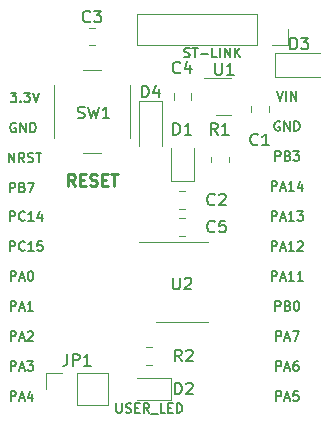
<source format=gbr>
%TF.GenerationSoftware,KiCad,Pcbnew,(6.0.0)*%
%TF.CreationDate,2022-04-08T13:22:10+02:00*%
%TF.ProjectId,STM32G030F6P6,53544d33-3247-4303-9330-463650362e6b,rev?*%
%TF.SameCoordinates,Original*%
%TF.FileFunction,Legend,Top*%
%TF.FilePolarity,Positive*%
%FSLAX46Y46*%
G04 Gerber Fmt 4.6, Leading zero omitted, Abs format (unit mm)*
G04 Created by KiCad (PCBNEW (6.0.0)) date 2022-04-08 13:22:10*
%MOMM*%
%LPD*%
G01*
G04 APERTURE LIST*
%ADD10C,0.200000*%
%ADD11C,0.250000*%
%ADD12C,0.150000*%
%ADD13C,0.120000*%
G04 APERTURE END LIST*
D10*
X129718095Y-89985809D02*
X129832380Y-90023904D01*
X130022857Y-90023904D01*
X130099047Y-89985809D01*
X130137142Y-89947714D01*
X130175238Y-89871523D01*
X130175238Y-89795333D01*
X130137142Y-89719142D01*
X130099047Y-89681047D01*
X130022857Y-89642952D01*
X129870476Y-89604857D01*
X129794285Y-89566761D01*
X129756190Y-89528666D01*
X129718095Y-89452476D01*
X129718095Y-89376285D01*
X129756190Y-89300095D01*
X129794285Y-89262000D01*
X129870476Y-89223904D01*
X130060952Y-89223904D01*
X130175238Y-89262000D01*
X130403809Y-89223904D02*
X130860952Y-89223904D01*
X130632380Y-90023904D02*
X130632380Y-89223904D01*
X131127619Y-89719142D02*
X131737142Y-89719142D01*
X132499047Y-90023904D02*
X132118095Y-90023904D01*
X132118095Y-89223904D01*
X132765714Y-90023904D02*
X132765714Y-89223904D01*
X133146666Y-90023904D02*
X133146666Y-89223904D01*
X133603809Y-90023904D01*
X133603809Y-89223904D01*
X133984761Y-90023904D02*
X133984761Y-89223904D01*
X134441904Y-90023904D02*
X134099047Y-89566761D01*
X134441904Y-89223904D02*
X133984761Y-89681047D01*
X123984095Y-119322904D02*
X123984095Y-119970523D01*
X124022190Y-120046714D01*
X124060285Y-120084809D01*
X124136476Y-120122904D01*
X124288857Y-120122904D01*
X124365047Y-120084809D01*
X124403142Y-120046714D01*
X124441238Y-119970523D01*
X124441238Y-119322904D01*
X124784095Y-120084809D02*
X124898380Y-120122904D01*
X125088857Y-120122904D01*
X125165047Y-120084809D01*
X125203142Y-120046714D01*
X125241238Y-119970523D01*
X125241238Y-119894333D01*
X125203142Y-119818142D01*
X125165047Y-119780047D01*
X125088857Y-119741952D01*
X124936476Y-119703857D01*
X124860285Y-119665761D01*
X124822190Y-119627666D01*
X124784095Y-119551476D01*
X124784095Y-119475285D01*
X124822190Y-119399095D01*
X124860285Y-119361000D01*
X124936476Y-119322904D01*
X125126952Y-119322904D01*
X125241238Y-119361000D01*
X125584095Y-119703857D02*
X125850761Y-119703857D01*
X125965047Y-120122904D02*
X125584095Y-120122904D01*
X125584095Y-119322904D01*
X125965047Y-119322904D01*
X126765047Y-120122904D02*
X126498380Y-119741952D01*
X126307904Y-120122904D02*
X126307904Y-119322904D01*
X126612666Y-119322904D01*
X126688857Y-119361000D01*
X126726952Y-119399095D01*
X126765047Y-119475285D01*
X126765047Y-119589571D01*
X126726952Y-119665761D01*
X126688857Y-119703857D01*
X126612666Y-119741952D01*
X126307904Y-119741952D01*
X126917428Y-120199095D02*
X127526952Y-120199095D01*
X128098380Y-120122904D02*
X127717428Y-120122904D01*
X127717428Y-119322904D01*
X128365047Y-119703857D02*
X128631714Y-119703857D01*
X128746000Y-120122904D02*
X128365047Y-120122904D01*
X128365047Y-119322904D01*
X128746000Y-119322904D01*
X129088857Y-120122904D02*
X129088857Y-119322904D01*
X129279333Y-119322904D01*
X129393619Y-119361000D01*
X129469809Y-119437190D01*
X129507904Y-119513380D01*
X129546000Y-119665761D01*
X129546000Y-119780047D01*
X129507904Y-119932428D01*
X129469809Y-120008619D01*
X129393619Y-120084809D01*
X129279333Y-120122904D01*
X129088857Y-120122904D01*
D11*
X120467619Y-100909380D02*
X120134285Y-100433190D01*
X119896190Y-100909380D02*
X119896190Y-99909380D01*
X120277142Y-99909380D01*
X120372380Y-99957000D01*
X120420000Y-100004619D01*
X120467619Y-100099857D01*
X120467619Y-100242714D01*
X120420000Y-100337952D01*
X120372380Y-100385571D01*
X120277142Y-100433190D01*
X119896190Y-100433190D01*
X120896190Y-100385571D02*
X121229523Y-100385571D01*
X121372380Y-100909380D02*
X120896190Y-100909380D01*
X120896190Y-99909380D01*
X121372380Y-99909380D01*
X121753333Y-100861761D02*
X121896190Y-100909380D01*
X122134285Y-100909380D01*
X122229523Y-100861761D01*
X122277142Y-100814142D01*
X122324761Y-100718904D01*
X122324761Y-100623666D01*
X122277142Y-100528428D01*
X122229523Y-100480809D01*
X122134285Y-100433190D01*
X121943809Y-100385571D01*
X121848571Y-100337952D01*
X121800952Y-100290333D01*
X121753333Y-100195095D01*
X121753333Y-100099857D01*
X121800952Y-100004619D01*
X121848571Y-99957000D01*
X121943809Y-99909380D01*
X122181904Y-99909380D01*
X122324761Y-99957000D01*
X122753333Y-100385571D02*
X123086666Y-100385571D01*
X123229523Y-100909380D02*
X122753333Y-100909380D01*
X122753333Y-99909380D01*
X123229523Y-99909380D01*
X123515238Y-99909380D02*
X124086666Y-99909380D01*
X123800952Y-100909380D02*
X123800952Y-99909380D01*
D10*
X137496666Y-119106904D02*
X137496666Y-118306904D01*
X137801428Y-118306904D01*
X137877619Y-118345000D01*
X137915714Y-118383095D01*
X137953809Y-118459285D01*
X137953809Y-118573571D01*
X137915714Y-118649761D01*
X137877619Y-118687857D01*
X137801428Y-118725952D01*
X137496666Y-118725952D01*
X138258571Y-118878333D02*
X138639523Y-118878333D01*
X138182380Y-119106904D02*
X138449047Y-118306904D01*
X138715714Y-119106904D01*
X139363333Y-118306904D02*
X138982380Y-118306904D01*
X138944285Y-118687857D01*
X138982380Y-118649761D01*
X139058571Y-118611666D01*
X139249047Y-118611666D01*
X139325238Y-118649761D01*
X139363333Y-118687857D01*
X139401428Y-118764047D01*
X139401428Y-118954523D01*
X139363333Y-119030714D01*
X139325238Y-119068809D01*
X139249047Y-119106904D01*
X139058571Y-119106904D01*
X138982380Y-119068809D01*
X138944285Y-119030714D01*
X137496666Y-116566904D02*
X137496666Y-115766904D01*
X137801428Y-115766904D01*
X137877619Y-115805000D01*
X137915714Y-115843095D01*
X137953809Y-115919285D01*
X137953809Y-116033571D01*
X137915714Y-116109761D01*
X137877619Y-116147857D01*
X137801428Y-116185952D01*
X137496666Y-116185952D01*
X138258571Y-116338333D02*
X138639523Y-116338333D01*
X138182380Y-116566904D02*
X138449047Y-115766904D01*
X138715714Y-116566904D01*
X139325238Y-115766904D02*
X139172857Y-115766904D01*
X139096666Y-115805000D01*
X139058571Y-115843095D01*
X138982380Y-115957380D01*
X138944285Y-116109761D01*
X138944285Y-116414523D01*
X138982380Y-116490714D01*
X139020476Y-116528809D01*
X139096666Y-116566904D01*
X139249047Y-116566904D01*
X139325238Y-116528809D01*
X139363333Y-116490714D01*
X139401428Y-116414523D01*
X139401428Y-116224047D01*
X139363333Y-116147857D01*
X139325238Y-116109761D01*
X139249047Y-116071666D01*
X139096666Y-116071666D01*
X139020476Y-116109761D01*
X138982380Y-116147857D01*
X138944285Y-116224047D01*
X137496666Y-114026904D02*
X137496666Y-113226904D01*
X137801428Y-113226904D01*
X137877619Y-113265000D01*
X137915714Y-113303095D01*
X137953809Y-113379285D01*
X137953809Y-113493571D01*
X137915714Y-113569761D01*
X137877619Y-113607857D01*
X137801428Y-113645952D01*
X137496666Y-113645952D01*
X138258571Y-113798333D02*
X138639523Y-113798333D01*
X138182380Y-114026904D02*
X138449047Y-113226904D01*
X138715714Y-114026904D01*
X138906190Y-113226904D02*
X139439523Y-113226904D01*
X139096666Y-114026904D01*
X137439523Y-111486904D02*
X137439523Y-110686904D01*
X137744285Y-110686904D01*
X137820476Y-110725000D01*
X137858571Y-110763095D01*
X137896666Y-110839285D01*
X137896666Y-110953571D01*
X137858571Y-111029761D01*
X137820476Y-111067857D01*
X137744285Y-111105952D01*
X137439523Y-111105952D01*
X138506190Y-111067857D02*
X138620476Y-111105952D01*
X138658571Y-111144047D01*
X138696666Y-111220238D01*
X138696666Y-111334523D01*
X138658571Y-111410714D01*
X138620476Y-111448809D01*
X138544285Y-111486904D01*
X138239523Y-111486904D01*
X138239523Y-110686904D01*
X138506190Y-110686904D01*
X138582380Y-110725000D01*
X138620476Y-110763095D01*
X138658571Y-110839285D01*
X138658571Y-110915476D01*
X138620476Y-110991666D01*
X138582380Y-111029761D01*
X138506190Y-111067857D01*
X138239523Y-111067857D01*
X139191904Y-110686904D02*
X139268095Y-110686904D01*
X139344285Y-110725000D01*
X139382380Y-110763095D01*
X139420476Y-110839285D01*
X139458571Y-110991666D01*
X139458571Y-111182142D01*
X139420476Y-111334523D01*
X139382380Y-111410714D01*
X139344285Y-111448809D01*
X139268095Y-111486904D01*
X139191904Y-111486904D01*
X139115714Y-111448809D01*
X139077619Y-111410714D01*
X139039523Y-111334523D01*
X139001428Y-111182142D01*
X139001428Y-110991666D01*
X139039523Y-110839285D01*
X139077619Y-110763095D01*
X139115714Y-110725000D01*
X139191904Y-110686904D01*
X137115714Y-108946904D02*
X137115714Y-108146904D01*
X137420476Y-108146904D01*
X137496666Y-108185000D01*
X137534761Y-108223095D01*
X137572857Y-108299285D01*
X137572857Y-108413571D01*
X137534761Y-108489761D01*
X137496666Y-108527857D01*
X137420476Y-108565952D01*
X137115714Y-108565952D01*
X137877619Y-108718333D02*
X138258571Y-108718333D01*
X137801428Y-108946904D02*
X138068095Y-108146904D01*
X138334761Y-108946904D01*
X139020476Y-108946904D02*
X138563333Y-108946904D01*
X138791904Y-108946904D02*
X138791904Y-108146904D01*
X138715714Y-108261190D01*
X138639523Y-108337380D01*
X138563333Y-108375476D01*
X139782380Y-108946904D02*
X139325238Y-108946904D01*
X139553809Y-108946904D02*
X139553809Y-108146904D01*
X139477619Y-108261190D01*
X139401428Y-108337380D01*
X139325238Y-108375476D01*
X137115714Y-106406904D02*
X137115714Y-105606904D01*
X137420476Y-105606904D01*
X137496666Y-105645000D01*
X137534761Y-105683095D01*
X137572857Y-105759285D01*
X137572857Y-105873571D01*
X137534761Y-105949761D01*
X137496666Y-105987857D01*
X137420476Y-106025952D01*
X137115714Y-106025952D01*
X137877619Y-106178333D02*
X138258571Y-106178333D01*
X137801428Y-106406904D02*
X138068095Y-105606904D01*
X138334761Y-106406904D01*
X139020476Y-106406904D02*
X138563333Y-106406904D01*
X138791904Y-106406904D02*
X138791904Y-105606904D01*
X138715714Y-105721190D01*
X138639523Y-105797380D01*
X138563333Y-105835476D01*
X139325238Y-105683095D02*
X139363333Y-105645000D01*
X139439523Y-105606904D01*
X139630000Y-105606904D01*
X139706190Y-105645000D01*
X139744285Y-105683095D01*
X139782380Y-105759285D01*
X139782380Y-105835476D01*
X139744285Y-105949761D01*
X139287142Y-106406904D01*
X139782380Y-106406904D01*
X137115714Y-103866904D02*
X137115714Y-103066904D01*
X137420476Y-103066904D01*
X137496666Y-103105000D01*
X137534761Y-103143095D01*
X137572857Y-103219285D01*
X137572857Y-103333571D01*
X137534761Y-103409761D01*
X137496666Y-103447857D01*
X137420476Y-103485952D01*
X137115714Y-103485952D01*
X137877619Y-103638333D02*
X138258571Y-103638333D01*
X137801428Y-103866904D02*
X138068095Y-103066904D01*
X138334761Y-103866904D01*
X139020476Y-103866904D02*
X138563333Y-103866904D01*
X138791904Y-103866904D02*
X138791904Y-103066904D01*
X138715714Y-103181190D01*
X138639523Y-103257380D01*
X138563333Y-103295476D01*
X139287142Y-103066904D02*
X139782380Y-103066904D01*
X139515714Y-103371666D01*
X139630000Y-103371666D01*
X139706190Y-103409761D01*
X139744285Y-103447857D01*
X139782380Y-103524047D01*
X139782380Y-103714523D01*
X139744285Y-103790714D01*
X139706190Y-103828809D01*
X139630000Y-103866904D01*
X139401428Y-103866904D01*
X139325238Y-103828809D01*
X139287142Y-103790714D01*
X137115714Y-101326904D02*
X137115714Y-100526904D01*
X137420476Y-100526904D01*
X137496666Y-100565000D01*
X137534761Y-100603095D01*
X137572857Y-100679285D01*
X137572857Y-100793571D01*
X137534761Y-100869761D01*
X137496666Y-100907857D01*
X137420476Y-100945952D01*
X137115714Y-100945952D01*
X137877619Y-101098333D02*
X138258571Y-101098333D01*
X137801428Y-101326904D02*
X138068095Y-100526904D01*
X138334761Y-101326904D01*
X139020476Y-101326904D02*
X138563333Y-101326904D01*
X138791904Y-101326904D02*
X138791904Y-100526904D01*
X138715714Y-100641190D01*
X138639523Y-100717380D01*
X138563333Y-100755476D01*
X139706190Y-100793571D02*
X139706190Y-101326904D01*
X139515714Y-100488809D02*
X139325238Y-101060238D01*
X139820476Y-101060238D01*
X137439523Y-98786904D02*
X137439523Y-97986904D01*
X137744285Y-97986904D01*
X137820476Y-98025000D01*
X137858571Y-98063095D01*
X137896666Y-98139285D01*
X137896666Y-98253571D01*
X137858571Y-98329761D01*
X137820476Y-98367857D01*
X137744285Y-98405952D01*
X137439523Y-98405952D01*
X138506190Y-98367857D02*
X138620476Y-98405952D01*
X138658571Y-98444047D01*
X138696666Y-98520238D01*
X138696666Y-98634523D01*
X138658571Y-98710714D01*
X138620476Y-98748809D01*
X138544285Y-98786904D01*
X138239523Y-98786904D01*
X138239523Y-97986904D01*
X138506190Y-97986904D01*
X138582380Y-98025000D01*
X138620476Y-98063095D01*
X138658571Y-98139285D01*
X138658571Y-98215476D01*
X138620476Y-98291666D01*
X138582380Y-98329761D01*
X138506190Y-98367857D01*
X138239523Y-98367857D01*
X138963333Y-97986904D02*
X139458571Y-97986904D01*
X139191904Y-98291666D01*
X139306190Y-98291666D01*
X139382380Y-98329761D01*
X139420476Y-98367857D01*
X139458571Y-98444047D01*
X139458571Y-98634523D01*
X139420476Y-98710714D01*
X139382380Y-98748809D01*
X139306190Y-98786904D01*
X139077619Y-98786904D01*
X139001428Y-98748809D01*
X138963333Y-98710714D01*
X137820476Y-95485000D02*
X137744285Y-95446904D01*
X137630000Y-95446904D01*
X137515714Y-95485000D01*
X137439523Y-95561190D01*
X137401428Y-95637380D01*
X137363333Y-95789761D01*
X137363333Y-95904047D01*
X137401428Y-96056428D01*
X137439523Y-96132619D01*
X137515714Y-96208809D01*
X137630000Y-96246904D01*
X137706190Y-96246904D01*
X137820476Y-96208809D01*
X137858571Y-96170714D01*
X137858571Y-95904047D01*
X137706190Y-95904047D01*
X138201428Y-96246904D02*
X138201428Y-95446904D01*
X138658571Y-96246904D01*
X138658571Y-95446904D01*
X139039523Y-96246904D02*
X139039523Y-95446904D01*
X139230000Y-95446904D01*
X139344285Y-95485000D01*
X139420476Y-95561190D01*
X139458571Y-95637380D01*
X139496666Y-95789761D01*
X139496666Y-95904047D01*
X139458571Y-96056428D01*
X139420476Y-96132619D01*
X139344285Y-96208809D01*
X139230000Y-96246904D01*
X139039523Y-96246904D01*
X137553809Y-92906904D02*
X137820476Y-93706904D01*
X138087142Y-92906904D01*
X138353809Y-93706904D02*
X138353809Y-92906904D01*
X138734761Y-93706904D02*
X138734761Y-92906904D01*
X139191904Y-93706904D01*
X139191904Y-92906904D01*
X115017666Y-119106904D02*
X115017666Y-118306904D01*
X115322428Y-118306904D01*
X115398619Y-118345000D01*
X115436714Y-118383095D01*
X115474809Y-118459285D01*
X115474809Y-118573571D01*
X115436714Y-118649761D01*
X115398619Y-118687857D01*
X115322428Y-118725952D01*
X115017666Y-118725952D01*
X115779571Y-118878333D02*
X116160523Y-118878333D01*
X115703380Y-119106904D02*
X115970047Y-118306904D01*
X116236714Y-119106904D01*
X116846238Y-118573571D02*
X116846238Y-119106904D01*
X116655761Y-118268809D02*
X116465285Y-118840238D01*
X116960523Y-118840238D01*
X115017666Y-116566904D02*
X115017666Y-115766904D01*
X115322428Y-115766904D01*
X115398619Y-115805000D01*
X115436714Y-115843095D01*
X115474809Y-115919285D01*
X115474809Y-116033571D01*
X115436714Y-116109761D01*
X115398619Y-116147857D01*
X115322428Y-116185952D01*
X115017666Y-116185952D01*
X115779571Y-116338333D02*
X116160523Y-116338333D01*
X115703380Y-116566904D02*
X115970047Y-115766904D01*
X116236714Y-116566904D01*
X116427190Y-115766904D02*
X116922428Y-115766904D01*
X116655761Y-116071666D01*
X116770047Y-116071666D01*
X116846238Y-116109761D01*
X116884333Y-116147857D01*
X116922428Y-116224047D01*
X116922428Y-116414523D01*
X116884333Y-116490714D01*
X116846238Y-116528809D01*
X116770047Y-116566904D01*
X116541476Y-116566904D01*
X116465285Y-116528809D01*
X116427190Y-116490714D01*
X115017666Y-114026904D02*
X115017666Y-113226904D01*
X115322428Y-113226904D01*
X115398619Y-113265000D01*
X115436714Y-113303095D01*
X115474809Y-113379285D01*
X115474809Y-113493571D01*
X115436714Y-113569761D01*
X115398619Y-113607857D01*
X115322428Y-113645952D01*
X115017666Y-113645952D01*
X115779571Y-113798333D02*
X116160523Y-113798333D01*
X115703380Y-114026904D02*
X115970047Y-113226904D01*
X116236714Y-114026904D01*
X116465285Y-113303095D02*
X116503380Y-113265000D01*
X116579571Y-113226904D01*
X116770047Y-113226904D01*
X116846238Y-113265000D01*
X116884333Y-113303095D01*
X116922428Y-113379285D01*
X116922428Y-113455476D01*
X116884333Y-113569761D01*
X116427190Y-114026904D01*
X116922428Y-114026904D01*
X115017666Y-111486904D02*
X115017666Y-110686904D01*
X115322428Y-110686904D01*
X115398619Y-110725000D01*
X115436714Y-110763095D01*
X115474809Y-110839285D01*
X115474809Y-110953571D01*
X115436714Y-111029761D01*
X115398619Y-111067857D01*
X115322428Y-111105952D01*
X115017666Y-111105952D01*
X115779571Y-111258333D02*
X116160523Y-111258333D01*
X115703380Y-111486904D02*
X115970047Y-110686904D01*
X116236714Y-111486904D01*
X116922428Y-111486904D02*
X116465285Y-111486904D01*
X116693857Y-111486904D02*
X116693857Y-110686904D01*
X116617666Y-110801190D01*
X116541476Y-110877380D01*
X116465285Y-110915476D01*
X115017666Y-108946904D02*
X115017666Y-108146904D01*
X115322428Y-108146904D01*
X115398619Y-108185000D01*
X115436714Y-108223095D01*
X115474809Y-108299285D01*
X115474809Y-108413571D01*
X115436714Y-108489761D01*
X115398619Y-108527857D01*
X115322428Y-108565952D01*
X115017666Y-108565952D01*
X115779571Y-108718333D02*
X116160523Y-108718333D01*
X115703380Y-108946904D02*
X115970047Y-108146904D01*
X116236714Y-108946904D01*
X116655761Y-108146904D02*
X116731952Y-108146904D01*
X116808142Y-108185000D01*
X116846238Y-108223095D01*
X116884333Y-108299285D01*
X116922428Y-108451666D01*
X116922428Y-108642142D01*
X116884333Y-108794523D01*
X116846238Y-108870714D01*
X116808142Y-108908809D01*
X116731952Y-108946904D01*
X116655761Y-108946904D01*
X116579571Y-108908809D01*
X116541476Y-108870714D01*
X116503380Y-108794523D01*
X116465285Y-108642142D01*
X116465285Y-108451666D01*
X116503380Y-108299285D01*
X116541476Y-108223095D01*
X116579571Y-108185000D01*
X116655761Y-108146904D01*
X114960571Y-106406904D02*
X114960571Y-105606904D01*
X115265333Y-105606904D01*
X115341523Y-105645000D01*
X115379619Y-105683095D01*
X115417714Y-105759285D01*
X115417714Y-105873571D01*
X115379619Y-105949761D01*
X115341523Y-105987857D01*
X115265333Y-106025952D01*
X114960571Y-106025952D01*
X116217714Y-106330714D02*
X116179619Y-106368809D01*
X116065333Y-106406904D01*
X115989142Y-106406904D01*
X115874857Y-106368809D01*
X115798666Y-106292619D01*
X115760571Y-106216428D01*
X115722476Y-106064047D01*
X115722476Y-105949761D01*
X115760571Y-105797380D01*
X115798666Y-105721190D01*
X115874857Y-105645000D01*
X115989142Y-105606904D01*
X116065333Y-105606904D01*
X116179619Y-105645000D01*
X116217714Y-105683095D01*
X116979619Y-106406904D02*
X116522476Y-106406904D01*
X116751047Y-106406904D02*
X116751047Y-105606904D01*
X116674857Y-105721190D01*
X116598666Y-105797380D01*
X116522476Y-105835476D01*
X117703428Y-105606904D02*
X117322476Y-105606904D01*
X117284380Y-105987857D01*
X117322476Y-105949761D01*
X117398666Y-105911666D01*
X117589142Y-105911666D01*
X117665333Y-105949761D01*
X117703428Y-105987857D01*
X117741523Y-106064047D01*
X117741523Y-106254523D01*
X117703428Y-106330714D01*
X117665333Y-106368809D01*
X117589142Y-106406904D01*
X117398666Y-106406904D01*
X117322476Y-106368809D01*
X117284380Y-106330714D01*
X114960571Y-103866904D02*
X114960571Y-103066904D01*
X115265333Y-103066904D01*
X115341523Y-103105000D01*
X115379619Y-103143095D01*
X115417714Y-103219285D01*
X115417714Y-103333571D01*
X115379619Y-103409761D01*
X115341523Y-103447857D01*
X115265333Y-103485952D01*
X114960571Y-103485952D01*
X116217714Y-103790714D02*
X116179619Y-103828809D01*
X116065333Y-103866904D01*
X115989142Y-103866904D01*
X115874857Y-103828809D01*
X115798666Y-103752619D01*
X115760571Y-103676428D01*
X115722476Y-103524047D01*
X115722476Y-103409761D01*
X115760571Y-103257380D01*
X115798666Y-103181190D01*
X115874857Y-103105000D01*
X115989142Y-103066904D01*
X116065333Y-103066904D01*
X116179619Y-103105000D01*
X116217714Y-103143095D01*
X116979619Y-103866904D02*
X116522476Y-103866904D01*
X116751047Y-103866904D02*
X116751047Y-103066904D01*
X116674857Y-103181190D01*
X116598666Y-103257380D01*
X116522476Y-103295476D01*
X117665333Y-103333571D02*
X117665333Y-103866904D01*
X117474857Y-103028809D02*
X117284380Y-103600238D01*
X117779619Y-103600238D01*
X114960523Y-101453904D02*
X114960523Y-100653904D01*
X115265285Y-100653904D01*
X115341476Y-100692000D01*
X115379571Y-100730095D01*
X115417666Y-100806285D01*
X115417666Y-100920571D01*
X115379571Y-100996761D01*
X115341476Y-101034857D01*
X115265285Y-101072952D01*
X114960523Y-101072952D01*
X116027190Y-101034857D02*
X116141476Y-101072952D01*
X116179571Y-101111047D01*
X116217666Y-101187238D01*
X116217666Y-101301523D01*
X116179571Y-101377714D01*
X116141476Y-101415809D01*
X116065285Y-101453904D01*
X115760523Y-101453904D01*
X115760523Y-100653904D01*
X116027190Y-100653904D01*
X116103380Y-100692000D01*
X116141476Y-100730095D01*
X116179571Y-100806285D01*
X116179571Y-100882476D01*
X116141476Y-100958666D01*
X116103380Y-100996761D01*
X116027190Y-101034857D01*
X115760523Y-101034857D01*
X116484333Y-100653904D02*
X117017666Y-100653904D01*
X116674809Y-101453904D01*
X114890714Y-98913904D02*
X114890714Y-98113904D01*
X115347857Y-98913904D01*
X115347857Y-98113904D01*
X116185952Y-98913904D02*
X115919285Y-98532952D01*
X115728809Y-98913904D02*
X115728809Y-98113904D01*
X116033571Y-98113904D01*
X116109761Y-98152000D01*
X116147857Y-98190095D01*
X116185952Y-98266285D01*
X116185952Y-98380571D01*
X116147857Y-98456761D01*
X116109761Y-98494857D01*
X116033571Y-98532952D01*
X115728809Y-98532952D01*
X116490714Y-98875809D02*
X116605000Y-98913904D01*
X116795476Y-98913904D01*
X116871666Y-98875809D01*
X116909761Y-98837714D01*
X116947857Y-98761523D01*
X116947857Y-98685333D01*
X116909761Y-98609142D01*
X116871666Y-98571047D01*
X116795476Y-98532952D01*
X116643095Y-98494857D01*
X116566904Y-98456761D01*
X116528809Y-98418666D01*
X116490714Y-98342476D01*
X116490714Y-98266285D01*
X116528809Y-98190095D01*
X116566904Y-98152000D01*
X116643095Y-98113904D01*
X116833571Y-98113904D01*
X116947857Y-98152000D01*
X117176428Y-98113904D02*
X117633571Y-98113904D01*
X117405000Y-98913904D02*
X117405000Y-98113904D01*
X115468476Y-95612000D02*
X115392285Y-95573904D01*
X115278000Y-95573904D01*
X115163714Y-95612000D01*
X115087523Y-95688190D01*
X115049428Y-95764380D01*
X115011333Y-95916761D01*
X115011333Y-96031047D01*
X115049428Y-96183428D01*
X115087523Y-96259619D01*
X115163714Y-96335809D01*
X115278000Y-96373904D01*
X115354190Y-96373904D01*
X115468476Y-96335809D01*
X115506571Y-96297714D01*
X115506571Y-96031047D01*
X115354190Y-96031047D01*
X115849428Y-96373904D02*
X115849428Y-95573904D01*
X116306571Y-96373904D01*
X116306571Y-95573904D01*
X116687523Y-96373904D02*
X116687523Y-95573904D01*
X116878000Y-95573904D01*
X116992285Y-95612000D01*
X117068476Y-95688190D01*
X117106571Y-95764380D01*
X117144666Y-95916761D01*
X117144666Y-96031047D01*
X117106571Y-96183428D01*
X117068476Y-96259619D01*
X116992285Y-96335809D01*
X116878000Y-96373904D01*
X116687523Y-96373904D01*
X115024047Y-93033904D02*
X115519285Y-93033904D01*
X115252619Y-93338666D01*
X115366904Y-93338666D01*
X115443095Y-93376761D01*
X115481190Y-93414857D01*
X115519285Y-93491047D01*
X115519285Y-93681523D01*
X115481190Y-93757714D01*
X115443095Y-93795809D01*
X115366904Y-93833904D01*
X115138333Y-93833904D01*
X115062142Y-93795809D01*
X115024047Y-93757714D01*
X115862142Y-93757714D02*
X115900238Y-93795809D01*
X115862142Y-93833904D01*
X115824047Y-93795809D01*
X115862142Y-93757714D01*
X115862142Y-93833904D01*
X116166904Y-93033904D02*
X116662142Y-93033904D01*
X116395476Y-93338666D01*
X116509761Y-93338666D01*
X116585952Y-93376761D01*
X116624047Y-93414857D01*
X116662142Y-93491047D01*
X116662142Y-93681523D01*
X116624047Y-93757714D01*
X116585952Y-93795809D01*
X116509761Y-93833904D01*
X116281190Y-93833904D01*
X116205000Y-93795809D01*
X116166904Y-93757714D01*
X116890714Y-93033904D02*
X117157380Y-93833904D01*
X117424047Y-93033904D01*
D12*
%TO.C,D4*%
X126134904Y-93416380D02*
X126134904Y-92416380D01*
X126373000Y-92416380D01*
X126515857Y-92464000D01*
X126611095Y-92559238D01*
X126658714Y-92654476D01*
X126706333Y-92844952D01*
X126706333Y-92987809D01*
X126658714Y-93178285D01*
X126611095Y-93273523D01*
X126515857Y-93368761D01*
X126373000Y-93416380D01*
X126134904Y-93416380D01*
X127563476Y-92749714D02*
X127563476Y-93416380D01*
X127325380Y-92368761D02*
X127087285Y-93083047D01*
X127706333Y-93083047D01*
%TO.C,D1*%
X128801904Y-96591380D02*
X128801904Y-95591380D01*
X129040000Y-95591380D01*
X129182857Y-95639000D01*
X129278095Y-95734238D01*
X129325714Y-95829476D01*
X129373333Y-96019952D01*
X129373333Y-96162809D01*
X129325714Y-96353285D01*
X129278095Y-96448523D01*
X129182857Y-96543761D01*
X129040000Y-96591380D01*
X128801904Y-96591380D01*
X130325714Y-96591380D02*
X129754285Y-96591380D01*
X130040000Y-96591380D02*
X130040000Y-95591380D01*
X129944761Y-95734238D01*
X129849523Y-95829476D01*
X129754285Y-95877095D01*
%TO.C,D3*%
X138707904Y-89352380D02*
X138707904Y-88352380D01*
X138946000Y-88352380D01*
X139088857Y-88400000D01*
X139184095Y-88495238D01*
X139231714Y-88590476D01*
X139279333Y-88780952D01*
X139279333Y-88923809D01*
X139231714Y-89114285D01*
X139184095Y-89209523D01*
X139088857Y-89304761D01*
X138946000Y-89352380D01*
X138707904Y-89352380D01*
X139612666Y-88352380D02*
X140231714Y-88352380D01*
X139898380Y-88733333D01*
X140041238Y-88733333D01*
X140136476Y-88780952D01*
X140184095Y-88828571D01*
X140231714Y-88923809D01*
X140231714Y-89161904D01*
X140184095Y-89257142D01*
X140136476Y-89304761D01*
X140041238Y-89352380D01*
X139755523Y-89352380D01*
X139660285Y-89304761D01*
X139612666Y-89257142D01*
%TO.C,R2*%
X129500333Y-115768380D02*
X129167000Y-115292190D01*
X128928904Y-115768380D02*
X128928904Y-114768380D01*
X129309857Y-114768380D01*
X129405095Y-114816000D01*
X129452714Y-114863619D01*
X129500333Y-114958857D01*
X129500333Y-115101714D01*
X129452714Y-115196952D01*
X129405095Y-115244571D01*
X129309857Y-115292190D01*
X128928904Y-115292190D01*
X129881285Y-114863619D02*
X129928904Y-114816000D01*
X130024142Y-114768380D01*
X130262238Y-114768380D01*
X130357476Y-114816000D01*
X130405095Y-114863619D01*
X130452714Y-114958857D01*
X130452714Y-115054095D01*
X130405095Y-115196952D01*
X129833666Y-115768380D01*
X130452714Y-115768380D01*
%TO.C,R1*%
X132548333Y-96591380D02*
X132215000Y-96115190D01*
X131976904Y-96591380D02*
X131976904Y-95591380D01*
X132357857Y-95591380D01*
X132453095Y-95639000D01*
X132500714Y-95686619D01*
X132548333Y-95781857D01*
X132548333Y-95924714D01*
X132500714Y-96019952D01*
X132453095Y-96067571D01*
X132357857Y-96115190D01*
X131976904Y-96115190D01*
X133500714Y-96591380D02*
X132929285Y-96591380D01*
X133215000Y-96591380D02*
X133215000Y-95591380D01*
X133119761Y-95734238D01*
X133024523Y-95829476D01*
X132929285Y-95877095D01*
%TO.C,U1*%
X132334095Y-90511380D02*
X132334095Y-91320904D01*
X132381714Y-91416142D01*
X132429333Y-91463761D01*
X132524571Y-91511380D01*
X132715047Y-91511380D01*
X132810285Y-91463761D01*
X132857904Y-91416142D01*
X132905523Y-91320904D01*
X132905523Y-90511380D01*
X133905523Y-91511380D02*
X133334095Y-91511380D01*
X133619809Y-91511380D02*
X133619809Y-90511380D01*
X133524571Y-90654238D01*
X133429333Y-90749476D01*
X133334095Y-90797095D01*
%TO.C,C2*%
X132294333Y-102465142D02*
X132246714Y-102512761D01*
X132103857Y-102560380D01*
X132008619Y-102560380D01*
X131865761Y-102512761D01*
X131770523Y-102417523D01*
X131722904Y-102322285D01*
X131675285Y-102131809D01*
X131675285Y-101988952D01*
X131722904Y-101798476D01*
X131770523Y-101703238D01*
X131865761Y-101608000D01*
X132008619Y-101560380D01*
X132103857Y-101560380D01*
X132246714Y-101608000D01*
X132294333Y-101655619D01*
X132675285Y-101655619D02*
X132722904Y-101608000D01*
X132818142Y-101560380D01*
X133056238Y-101560380D01*
X133151476Y-101608000D01*
X133199095Y-101655619D01*
X133246714Y-101750857D01*
X133246714Y-101846095D01*
X133199095Y-101988952D01*
X132627666Y-102560380D01*
X133246714Y-102560380D01*
%TO.C,JP1*%
X119816666Y-115149380D02*
X119816666Y-115863666D01*
X119769047Y-116006523D01*
X119673809Y-116101761D01*
X119530952Y-116149380D01*
X119435714Y-116149380D01*
X120292857Y-116149380D02*
X120292857Y-115149380D01*
X120673809Y-115149380D01*
X120769047Y-115197000D01*
X120816666Y-115244619D01*
X120864285Y-115339857D01*
X120864285Y-115482714D01*
X120816666Y-115577952D01*
X120769047Y-115625571D01*
X120673809Y-115673190D01*
X120292857Y-115673190D01*
X121816666Y-116149380D02*
X121245238Y-116149380D01*
X121530952Y-116149380D02*
X121530952Y-115149380D01*
X121435714Y-115292238D01*
X121340476Y-115387476D01*
X121245238Y-115435095D01*
%TO.C,C1*%
X135952333Y-97385142D02*
X135904714Y-97432761D01*
X135761857Y-97480380D01*
X135666619Y-97480380D01*
X135523761Y-97432761D01*
X135428523Y-97337523D01*
X135380904Y-97242285D01*
X135333285Y-97051809D01*
X135333285Y-96908952D01*
X135380904Y-96718476D01*
X135428523Y-96623238D01*
X135523761Y-96528000D01*
X135666619Y-96480380D01*
X135761857Y-96480380D01*
X135904714Y-96528000D01*
X135952333Y-96575619D01*
X136904714Y-97480380D02*
X136333285Y-97480380D01*
X136619000Y-97480380D02*
X136619000Y-96480380D01*
X136523761Y-96623238D01*
X136428523Y-96718476D01*
X136333285Y-96766095D01*
%TO.C,C5*%
X132294333Y-104751142D02*
X132246714Y-104798761D01*
X132103857Y-104846380D01*
X132008619Y-104846380D01*
X131865761Y-104798761D01*
X131770523Y-104703523D01*
X131722904Y-104608285D01*
X131675285Y-104417809D01*
X131675285Y-104274952D01*
X131722904Y-104084476D01*
X131770523Y-103989238D01*
X131865761Y-103894000D01*
X132008619Y-103846380D01*
X132103857Y-103846380D01*
X132246714Y-103894000D01*
X132294333Y-103941619D01*
X133199095Y-103846380D02*
X132722904Y-103846380D01*
X132675285Y-104322571D01*
X132722904Y-104274952D01*
X132818142Y-104227333D01*
X133056238Y-104227333D01*
X133151476Y-104274952D01*
X133199095Y-104322571D01*
X133246714Y-104417809D01*
X133246714Y-104655904D01*
X133199095Y-104751142D01*
X133151476Y-104798761D01*
X133056238Y-104846380D01*
X132818142Y-104846380D01*
X132722904Y-104798761D01*
X132675285Y-104751142D01*
%TO.C,SW1*%
X120713666Y-95146761D02*
X120856523Y-95194380D01*
X121094619Y-95194380D01*
X121189857Y-95146761D01*
X121237476Y-95099142D01*
X121285095Y-95003904D01*
X121285095Y-94908666D01*
X121237476Y-94813428D01*
X121189857Y-94765809D01*
X121094619Y-94718190D01*
X120904142Y-94670571D01*
X120808904Y-94622952D01*
X120761285Y-94575333D01*
X120713666Y-94480095D01*
X120713666Y-94384857D01*
X120761285Y-94289619D01*
X120808904Y-94242000D01*
X120904142Y-94194380D01*
X121142238Y-94194380D01*
X121285095Y-94242000D01*
X121618428Y-94194380D02*
X121856523Y-95194380D01*
X122047000Y-94480095D01*
X122237476Y-95194380D01*
X122475571Y-94194380D01*
X123380333Y-95194380D02*
X122808904Y-95194380D01*
X123094619Y-95194380D02*
X123094619Y-94194380D01*
X122999380Y-94337238D01*
X122904142Y-94432476D01*
X122808904Y-94480095D01*
%TO.C,C4*%
X129373333Y-91289142D02*
X129325714Y-91336761D01*
X129182857Y-91384380D01*
X129087619Y-91384380D01*
X128944761Y-91336761D01*
X128849523Y-91241523D01*
X128801904Y-91146285D01*
X128754285Y-90955809D01*
X128754285Y-90812952D01*
X128801904Y-90622476D01*
X128849523Y-90527238D01*
X128944761Y-90432000D01*
X129087619Y-90384380D01*
X129182857Y-90384380D01*
X129325714Y-90432000D01*
X129373333Y-90479619D01*
X130230476Y-90717714D02*
X130230476Y-91384380D01*
X129992380Y-90336761D02*
X129754285Y-91051047D01*
X130373333Y-91051047D01*
%TO.C,D2*%
X128928904Y-118562380D02*
X128928904Y-117562380D01*
X129167000Y-117562380D01*
X129309857Y-117610000D01*
X129405095Y-117705238D01*
X129452714Y-117800476D01*
X129500333Y-117990952D01*
X129500333Y-118133809D01*
X129452714Y-118324285D01*
X129405095Y-118419523D01*
X129309857Y-118514761D01*
X129167000Y-118562380D01*
X128928904Y-118562380D01*
X129881285Y-117657619D02*
X129928904Y-117610000D01*
X130024142Y-117562380D01*
X130262238Y-117562380D01*
X130357476Y-117610000D01*
X130405095Y-117657619D01*
X130452714Y-117752857D01*
X130452714Y-117848095D01*
X130405095Y-117990952D01*
X129833666Y-118562380D01*
X130452714Y-118562380D01*
%TO.C,U2*%
X128765595Y-108672380D02*
X128765595Y-109481904D01*
X128813214Y-109577142D01*
X128860833Y-109624761D01*
X128956071Y-109672380D01*
X129146547Y-109672380D01*
X129241785Y-109624761D01*
X129289404Y-109577142D01*
X129337023Y-109481904D01*
X129337023Y-108672380D01*
X129765595Y-108767619D02*
X129813214Y-108720000D01*
X129908452Y-108672380D01*
X130146547Y-108672380D01*
X130241785Y-108720000D01*
X130289404Y-108767619D01*
X130337023Y-108862857D01*
X130337023Y-108958095D01*
X130289404Y-109100952D01*
X129717976Y-109672380D01*
X130337023Y-109672380D01*
%TO.C,C3*%
X121753333Y-86971142D02*
X121705714Y-87018761D01*
X121562857Y-87066380D01*
X121467619Y-87066380D01*
X121324761Y-87018761D01*
X121229523Y-86923523D01*
X121181904Y-86828285D01*
X121134285Y-86637809D01*
X121134285Y-86494952D01*
X121181904Y-86304476D01*
X121229523Y-86209238D01*
X121324761Y-86114000D01*
X121467619Y-86066380D01*
X121562857Y-86066380D01*
X121705714Y-86114000D01*
X121753333Y-86161619D01*
X122086666Y-86066380D02*
X122705714Y-86066380D01*
X122372380Y-86447333D01*
X122515238Y-86447333D01*
X122610476Y-86494952D01*
X122658095Y-86542571D01*
X122705714Y-86637809D01*
X122705714Y-86875904D01*
X122658095Y-86971142D01*
X122610476Y-87018761D01*
X122515238Y-87066380D01*
X122229523Y-87066380D01*
X122134285Y-87018761D01*
X122086666Y-86971142D01*
D13*
%TO.C,D4*%
X127873000Y-93688000D02*
X125873000Y-93688000D01*
X125873000Y-93688000D02*
X125873000Y-97538000D01*
X127873000Y-93688000D02*
X127873000Y-97538000D01*
%TO.C,D1*%
X128605000Y-97670000D02*
X128605000Y-100530000D01*
X128605000Y-100530000D02*
X130525000Y-100530000D01*
X130525000Y-100530000D02*
X130525000Y-97670000D01*
%TO.C,D3*%
X137373000Y-89678000D02*
X137373000Y-91678000D01*
X137373000Y-91678000D02*
X141223000Y-91678000D01*
X137373000Y-89678000D02*
X141223000Y-89678000D01*
%TO.C,R2*%
X126957064Y-114581000D02*
X126502936Y-114581000D01*
X126957064Y-116051000D02*
X126502936Y-116051000D01*
%TO.C,R1*%
X133475000Y-98467936D02*
X133475000Y-98922064D01*
X132005000Y-98467936D02*
X132005000Y-98922064D01*
%TO.C,U1*%
X133072500Y-91785000D02*
X131397500Y-91785000D01*
X133072500Y-94905000D02*
X132422500Y-94905000D01*
X133072500Y-91785000D02*
X133722500Y-91785000D01*
X133072500Y-94905000D02*
X133722500Y-94905000D01*
%TO.C,C2*%
X129300248Y-102843000D02*
X129822752Y-102843000D01*
X129300248Y-101373000D02*
X129822752Y-101373000D01*
%TO.C,JP1*%
X118050000Y-118110000D02*
X118050000Y-116780000D01*
X120650000Y-119440000D02*
X120650000Y-116780000D01*
X118050000Y-116780000D02*
X119380000Y-116780000D01*
X120650000Y-119440000D02*
X123250000Y-119440000D01*
X120650000Y-116780000D02*
X123250000Y-116780000D01*
X123250000Y-119440000D02*
X123250000Y-116780000D01*
%TO.C,C1*%
X135409000Y-94121248D02*
X135409000Y-94643752D01*
X136879000Y-94121248D02*
X136879000Y-94643752D01*
%TO.C,C5*%
X129300248Y-105129000D02*
X129822752Y-105129000D01*
X129300248Y-103659000D02*
X129822752Y-103659000D01*
%TO.C,SW1*%
X121170000Y-98115000D02*
X122670000Y-98115000D01*
X125170000Y-96865000D02*
X125170000Y-92365000D01*
X118670000Y-92365000D02*
X118670000Y-96865000D01*
X122670000Y-91115000D02*
X121170000Y-91115000D01*
%TO.C,C4*%
X130300000Y-93606252D02*
X130300000Y-93083748D01*
X128830000Y-93606252D02*
X128830000Y-93083748D01*
%TO.C,D2*%
X125755000Y-119070000D02*
X128615000Y-119070000D01*
X128615000Y-119070000D02*
X128615000Y-117150000D01*
X128615000Y-117150000D02*
X125755000Y-117150000D01*
%TO.C,J1*%
X138515000Y-88985000D02*
X137185000Y-88985000D01*
X138515000Y-87655000D02*
X138515000Y-88985000D01*
X125695000Y-86325000D02*
X125695000Y-88985000D01*
X135915000Y-88985000D02*
X125695000Y-88985000D01*
X135915000Y-86325000D02*
X125695000Y-86325000D01*
X135915000Y-86325000D02*
X135915000Y-88985000D01*
%TO.C,U2*%
X129527500Y-112456500D02*
X127327500Y-112456500D01*
X129527500Y-105686500D02*
X131727500Y-105686500D01*
X129527500Y-112456500D02*
X131727500Y-112456500D01*
X129527500Y-105686500D02*
X125927500Y-105686500D01*
%TO.C,C3*%
X122181252Y-87530000D02*
X121658748Y-87530000D01*
X122181252Y-89000000D02*
X121658748Y-89000000D01*
%TD*%
M02*

</source>
